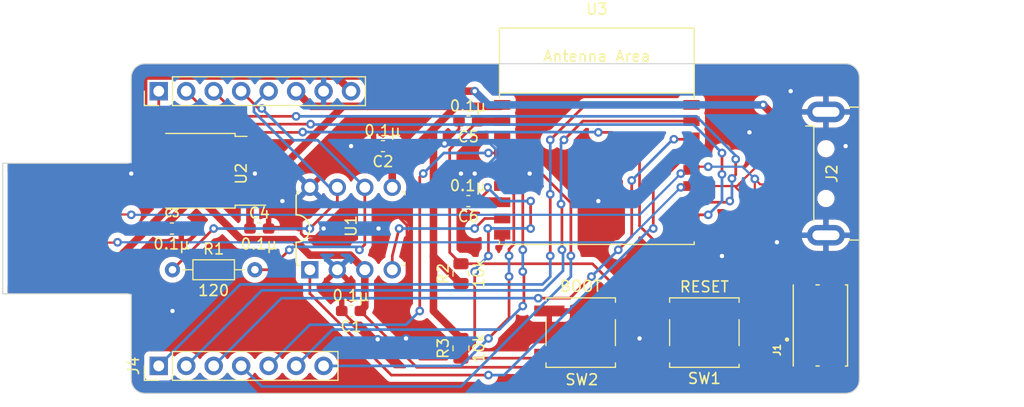
<source format=kicad_pcb>
(kicad_pcb (version 20221018) (generator pcbnew)
  (layers (0 "F.Cu" signal) (31 "B.Cu" signal) (34 "B.Paste" user) (35 "F.Paste" user) (36 "B.SilkS" user "B.Silkscreen") (37 "F.SilkS" user "F.Silkscreen") (38 "B.Mask" user) (39 "F.Mask" user) (44 "Edge.Cuts" user))
  (net 0 "")
  (net 1 "5V")
  (net 2 "GND")
  (net 3 "3.3V")
  (net 4 "Net-(U3-EN{slash}CHIP_PU)")
  (net 5 "Net-(U3-GPIO8)")
  (net 6 "D-")
  (net 7 "D+")
  (net 9 "GPIO0")
  (net 10 "GPIO1")
  (net 11 "GPIO2")
  (net 12 "GPIO4")
  (net 13 "GPIO5")
  (net 14 "GPIO6")
  (net 15 "GPIO7")
  (net 16 "GPIO21")
  (net 17 "GPIO20")
  (net 18 "GPIO10")
  (net 19 "CANH")
  (net 20 "CANL")
  (net 21 "CANTX")
  (net 22 "CANRX")
  (footprint "01.RTR-CANSystem-board_library:SW_Push_1P1T_NO_CK_KSC7xxJ" (layer "F.Cu") (at 80.92 55.34)
    (fp_text reference "SW1" (at 0 4.24) (layer "F.SilkS"))
    (fp_text value "RESET" (at 0 -4.23) (layer "F.SilkS"))
    (pad "1" smd rect (at -2.9 -2) (size 2.8 1) (layers "F.Cu" "F.Paste" "F.Mask") (net 2 "GND"))
    (pad "1" smd rect (at 2.9 -2) (size 2.8 1) (layers "F.Cu" "F.Paste" "F.Mask") (net 2 "GND"))
    (pad "2" smd rect (at -2.9 2) (size 2.8 1) (layers "F.Cu" "F.Paste" "F.Mask") (net 4 "Net-(U3-EN{slash}CHIP_PU)"))
    (pad "2" smd rect (at 2.9 2) (size 2.8 1) (layers "F.Cu" "F.Paste" "F.Mask") (net 4 "Net-(U3-EN{slash}CHIP_PU)"))
  )
  (footprint "01.RTR-CANSystem-board_library:R_0805_2012Metric" (layer "F.Cu") (at 58.42 49.8875 90)
    (fp_text reference "R2" (at 0 -1.65 90) (layer "F.SilkS"))
    (fp_text value "10k" (at 0 1.65 90) (layer "F.SilkS"))
    (pad "1" smd roundrect (at -0.9125 0 90) (size 1.025 1.4) (layers "F.Cu" "F.Paste" "F.Mask") (roundrect_rratio 0.243902439) (net 3 "3.3V"))
    (pad "2" smd roundrect (at 0.9125 0 90) (size 1.025 1.4) (layers "F.Cu" "F.Paste" "F.Mask") (roundrect_rratio 0.243902439) (net 4 "Net-(U3-EN{slash}CHIP_PU)"))
  )
  (footprint "01.RTR-CANSystem-board_library:DIP-8_W7.62mm" (layer "F.Cu") (at 44.45 49.53 90)
    (fp_text reference "U1" (at 4.05 3.81 90) (layer "F.SilkS"))
    (fp_text value "~")
    (pad "1" thru_hole rect (at 0 0 90) (size 1.6 1.6) (drill 1) (layers "*.Cu" "*.Mask") (net 21 "CANTX"))
    (pad "2" thru_hole circle (at 0 2.54 90) (size 1.6 1.6) (drill 1) (layers "*.Cu" "*.Mask") (net 2 "GND"))
    (pad "3" thru_hole circle (at 0 5.08 90) (size 1.6 1.6) (drill 1) (layers "*.Cu" "*.Mask") (net 1 "5V"))
    (pad "4" thru_hole circle (at 0 7.62 90) (size 1.6 1.6) (drill 1) (layers "*.Cu" "*.Mask") (net 22 "CANRX"))
    (pad "5" thru_hole circle (at 7.62 7.62 90) (size 1.6 1.6) (drill 1) (layers "*.Cu" "*.Mask") (net 3 "3.3V"))
    (pad "6" thru_hole circle (at 7.62 5.08 90) (size 1.6 1.6) (drill 1) (layers "*.Cu" "*.Mask") (net 20 "CANL"))
    (pad "7" thru_hole circle (at 7.62 2.54 90) (size 1.6 1.6) (drill 1) (layers "*.Cu" "*.Mask") (net 19 "CANH"))
    (pad "8" thru_hole circle (at 7.62 0 90) (size 1.6 1.6) (drill 1) (layers "*.Cu" "*.Mask") (net 2 "GND"))
  )
  (footprint "01.RTR-CANSystem-board_library:PinHeader_1x07_P2.54mm_Vertical" (layer "F.Cu") (at 30.48 58.42 90)
    (fp_text reference "J4" (at 0 -2.33 90) (layer "F.SilkS"))
    (fp_text value "Conn_01x07_Socket" hide)
    (pad "1" thru_hole rect (at 0 0 90) (size 1.7 1.7) (drill 1) (layers "*.Cu" "*.Mask") (net 9 "GPIO0"))
    (pad "2" thru_hole oval (at 0 2.54 90) (size 1.7 1.7) (drill 1) (layers "*.Cu" "*.Mask") (net 10 "GPIO1"))
    (pad "3" thru_hole oval (at 0 5.08 90) (size 1.7 1.7) (drill 1) (layers "*.Cu" "*.Mask") (net 11 "GPIO2"))
    (pad "4" thru_hole oval (at 0 7.62 90) (size 1.7 1.7) (drill 1) (layers "*.Cu" "*.Mask") (net 12 "GPIO4"))
    (pad "5" thru_hole oval (at 0 10.16 90) (size 1.7 1.7) (drill 1) (layers "*.Cu" "*.Mask") (net 13 "GPIO5"))
    (pad "6" thru_hole oval (at 0 12.7 90) (size 1.7 1.7) (drill 1) (layers "*.Cu" "*.Mask") (net 14 "GPIO6"))
    (pad "7" thru_hole oval (at 0 15.24 90) (size 1.7 1.7) (drill 1) (layers "*.Cu" "*.Mask") (net 15 "GPIO7"))
  )
  (footprint "01.RTR-CANSystem-board_library:R_0805_2012Metric" (layer "F.Cu") (at 58.42 56.7925 90)
    (fp_text reference "R3" (at 0 -1.65 90) (layer "F.SilkS"))
    (fp_text value "10k" (at 0 1.65 90) (layer "F.SilkS"))
    (pad "1" smd roundrect (at -0.9125 0 90) (size 1.025 1.4) (layers "F.Cu" "F.Paste" "F.Mask") (roundrect_rratio 0.243902439) (net 5 "Net-(U3-GPIO8)"))
    (pad "2" smd roundrect (at 0.9125 0 90) (size 1.025 1.4) (layers "F.Cu" "F.Paste" "F.Mask") (roundrect_rratio 0.243902439) (net 3 "3.3V"))
  )
  (footprint "01.RTR-CANSystem-board_library:PinHeader_1x08_P2.54mm_Vertical" (layer "F.Cu") (at 30.48 33.02 90)
    (fp_text reference "J5" hide)
    (fp_text value "Conn_01x08_Socket" hide)
    (pad "1" thru_hole rect (at 0 0 90) (size 1.7 1.7) (drill 1) (layers "*.Cu" "*.Mask") (net 18 "GPIO10"))
    (pad "2" thru_hole oval (at 0 2.54 90) (size 1.7 1.7) (drill 1) (layers "*.Cu" "*.Mask") (net 17 "GPIO20"))
    (pad "3" thru_hole oval (at 0 5.08 90) (size 1.7 1.7) (drill 1) (layers "*.Cu" "*.Mask") (net 16 "GPIO21"))
    (pad "4" thru_hole oval (at 0 7.62 90) (size 1.7 1.7) (drill 1) (layers "*.Cu" "*.Mask") (net 20 "CANL"))
    (pad "5" thru_hole oval (at 0 10.16 90) (size 1.7 1.7) (drill 1) (layers "*.Cu" "*.Mask") (net 19 "CANH"))
    (pad "6" thru_hole oval (at 0 12.7 90) (size 1.7 1.7) (drill 1) (layers "*.Cu" "*.Mask") (net 3 "3.3V"))
    (pad "7" thru_hole oval (at 0 15.24 90) (size 1.7 1.7) (drill 1) (layers "*.Cu" "*.Mask") (net 2 "GND"))
    (pad "8" thru_hole oval (at 0 17.78 90) (size 1.7 1.7) (drill 1) (layers "*.Cu" "*.Mask") (net 1 "5V"))
  )
  (footprint "01.RTR-CANSystem-board_library:USB_A_CNCTech_1001-011-01101_Horizontal" (layer "F.Cu") (at 99.06 40.64)
    (fp_text reference "J2" (at -6.35 0 90) (layer "F.SilkS"))
    (fp_text value "USB_A")
    (pad "" np_thru_hole circle (at -6.9 -2.3) (size 1.1 1.1) (drill 1.1) (layers "*.Cu" "*.Mask"))
    (pad "" np_thru_hole circle (at -6.9 2.3) (size 1.1 1.1) (drill 1.1) (layers "*.Cu" "*.Mask"))
    (pad "1" smd rect (at -9.65 -3.5) (size 2.5 1.1) (layers "F.Cu" "F.Paste" "F.Mask") (net 1 "5V"))
    (pad "2" smd rect (at -9.65 -1) (size 2.5 1.1) (layers "F.Cu" "F.Paste" "F.Mask") (net 6 "D-"))
    (pad "3" smd rect (at -9.65 1) (size 2.5 1.1) (layers "F.Cu" "F.Paste" "F.Mask") (net 7 "D+"))
    (pad "4" smd rect (at -9.65 3.5) (size 2.5 1.1) (layers "F.Cu" "F.Paste" "F.Mask") (net 2 "GND"))
    (pad "5" thru_hole oval (at -6.9 -5.7) (size 3.5 1.9) (drill oval 2.5 0.9) (layers "*.Cu" "*.Mask") (net 2 "GND"))
    (pad "5" thru_hole oval (at -6.9 5.7) (size 3.5 1.9) (drill oval 2.5 0.9) (layers "*.Cu" "*.Mask") (net 2 "GND"))
  )
  (footprint "01.RTR-CANSystem-board_library:SW_Push_1P1T_NO_CK_KSC7xxJ" (layer "F.Cu") (at 69.49 55.34 180)
    (fp_text reference "SW2" (at -0.106 -4.35) (layer "F.SilkS"))
    (fp_text value "BOOT" (at 0 4.286) (layer "F.SilkS"))
    (pad "1" smd rect (at -2.9 -2 180) (size 2.8 1) (layers "F.Cu" "F.Paste" "F.Mask") (net 5 "Net-(U3-GPIO8)"))
    (pad "1" smd rect (at 2.9 -2 180) (size 2.8 1) (layers "F.Cu" "F.Paste" "F.Mask") (net 5 "Net-(U3-GPIO8)"))
    (pad "2" smd rect (at -2.9 2 180) (size 2.8 1) (layers "F.Cu" "F.Paste" "F.Mask") (net 2 "GND"))
    (pad "2" smd rect (at 2.9 2 180) (size 2.8 1) (layers "F.Cu" "F.Paste" "F.Mask") (net 2 "GND"))
  )
  (footprint "01.RTR-CANSystem-board_library:usb-PCB" (layer "F.Cu") (at 16.055 39.685 -90)
    (fp_text reference "J3" hide)
    (fp_text value "USB_A" hide)
    (fp_line (start 0 0) (end 0 -11.43) (stroke (width 0.1)) (layer "Edge.Cuts"))
    (fp_line (start 0 0) (end 12.065 0) (stroke (width 0.1)) (layer "Edge.Cuts"))
    (fp_line (start 12.065 0) (end 12.065 -11.43) (stroke (width 0.1)) (layer "Edge.Cuts"))
    (pad "1" connect rect (at 9.845 -4.9 270) (size 1.9 8) (layers "F.Cu" "F.Mask") (net 1 "5V"))
    (pad "2" connect rect (at 7.335 -5.15 270) (size 2 7.5) (layers "F.Cu" "F.Mask") (net 6 "D-"))
    (pad "3" connect rect (at 4.735 -5.15 270) (size 2 7.5) (layers "F.Cu" "F.Mask") (net 7 "D+"))
    (pad "4" connect rect (at 2.225 -4.9 270) (size 1.9 8) (layers "F.Cu" "F.Mask") (net 2 "GND"))
  )
  (footprint "01.RTR-CANSystem-board_library:C_0603_1608Metric_Pad1.08x0.95mm_HandSolder" (layer "F.Cu") (at 39.7775 45.72)
    (fp_text reference "C4" (at 0 -1.43) (layer "F.SilkS"))
    (fp_text value "0.1μ" (at 0 1.43) (layer "F.SilkS"))
    (pad "1" smd roundrect (at -0.8625 0) (size 1.075 0.95) (layers "F.Cu" "F.Paste" "F.Mask") (net 3 "3.3V"))
    (pad "2" smd roundrect (at 0.8625 0) (size 1.075 0.95) (layers "F.Cu" "F.Paste" "F.Mask") (net 2 "GND"))
  )
  (footprint "01.RTR-CANSystem-board_library:HRS_ZX62-B-5PA_33_" (layer "F.Cu") (at 92.71 54.68 90)
    (fp_text reference "J1" (at -2.270873 -5.062816 90) (layer "F.SilkS") (effects (font (size 0.640812 0.640812))))
    (fp_text value "MicroB")
    (pad "1" smd rect (at -1.3 -2.675 180) (size 1.35 0.4) (layers "F.Cu" "F.Paste" "F.Mask") (net 1 "5V"))
    (pad "2" smd rect (at -0.65 -2.675 180) (size 1.35 0.4) (layers "F.Cu" "F.Paste" "F.Mask") (net 6 "D-"))
    (pad "3" smd rect (at 0 -2.675 180) (size 1.35 0.4) (layers "F.Cu" "F.Paste" "F.Mask") (net 7 "D+"))
    (pad "4" smd rect (at 0.65 -2.675 180) (size 1.35 0.4) (layers "F.Cu" "F.Paste" "F.Mask"))
    (pad "5" smd rect (at 1.3 -2.675 180) (size 1.35 0.4) (layers "F.Cu" "F.Paste" "F.Mask") (net 2 "GND"))
    (pad "SH1" smd rect (at -3.1 -2.55 180) (size 1.6 2.1) (layers "F.Cu" "F.Paste" "F.Mask") (net 2 "GND"))
    (pad "SH2" smd rect (at -4 0 90) (size 1.8 1.9) (layers "F.Cu" "F.Paste" "F.Mask") (net 2 "GND"))
    (pad "SH3" smd rect (at -1.2 0 90) (size 1.9 1.9) (layers "F.Cu" "F.Paste" "F.Mask") (net 2 "GND"))
    (pad "SH4" smd rect (at 1.2 0 90) (size 1.9 1.9) (layers "F.Cu" "F.Paste" "F.Mask") (net 2 "GND"))
    (pad "SH5" smd rect (at 4 0 90) (size 1.8 1.9) (layers "F.Cu" "F.Paste" "F.Mask") (net 2 "GND"))
    (pad "SH6" smd rect (at 3.1 -2.55 180) (size 1.6 2.1) (layers "F.Cu" "F.Paste" "F.Mask") (net 2 "GND"))
  )
  (footprint "01.RTR-CANSystem-board_library:C_0603_1608Metric_Pad1.08x0.95mm_HandSolder" (layer "F.Cu") (at 59.1025 35.814 180)
    (fp_text reference "C5" (at 0 -1.43) (layer "F.SilkS"))
    (fp_text value "0.1μ" (at 0 1.43) (layer "F.SilkS"))
    (pad "1" smd roundrect (at -0.8625 0 180) (size 1.075 0.95) (layers "F.Cu" "F.Paste" "F.Mask") (net 4 "Net-(U3-EN{slash}CHIP_PU)"))
    (pad "2" smd roundrect (at 0.8625 0 180) (size 1.075 0.95) (layers "F.Cu" "F.Paste" "F.Mask") (net 2 "GND"))
  )
  (footprint "01.RTR-CANSystem-board_library:C_0603_1608Metric_Pad1.08x0.95mm_HandSolder" (layer "F.Cu") (at 48.26 53.34 180)
    (fp_text reference "C1" (at 0 -1.43) (layer "F.SilkS"))
    (fp_text value "0.1μ" (at 0 1.43) (layer "F.SilkS"))
    (pad "1" smd roundrect (at -0.8625 0 180) (size 1.075 0.95) (layers "F.Cu" "F.Paste" "F.Mask") (net 1 "5V"))
    (pad "2" smd roundrect (at 0.8625 0 180) (size 1.075 0.95) (layers "F.Cu" "F.Paste" "F.Mask") (net 2 "GND"))
  )
  (footprint "01.RTR-CANSystem-board_library:R_Axial_DIN0204_L3.6mm_D1.6mm_P7.62mm_Horizontal" (layer "F.Cu") (at 31.75 49.53)
    (fp_text reference "R1" (at 3.81 -1.92) (layer "F.SilkS"))
    (fp_text value "120" (at 3.81 1.92) (layer "F.SilkS"))
    (pad "1" thru_hole circle (at 0 0) (size 1.4 1.4) (drill 0.7) (layers "*.Cu" "*.Mask") (net 19 "CANH"))
    (pad "2" thru_hole oval (at 7.62 0) (size 1.4 1.4) (drill 0.7) (layers "*.Cu" "*.Mask") (net 20 "CANL"))
  )
  (footprint "01.RTR-CANSystem-board_library:C_0603_1608Metric_Pad1.08x0.95mm_HandSolder" (layer "F.Cu") (at 31.7025 45.72)
    (fp_text reference "C3" (at 0 -1.43) (layer "F.SilkS") (effects (font (size 0.7 0.7))))
    (fp_text value "0.1μ" (at 0 1.43) (layer "F.SilkS"))
    (pad "1" smd roundrect (at -0.8625 0) (size 1.075 0.95) (layers "F.Cu" "F.Paste" "F.Mask") (net 1 "5V"))
    (pad "2" smd roundrect (at 0.8625 0) (size 1.075 0.95) (layers "F.Cu" "F.Paste" "F.Mask") (net 2 "GND"))
  )
  (footprint "01.RTR-CANSystem-board_library:TO-252-2" (layer "F.Cu") (at 34.23 40.38 180)
    (fp_text reference "U2" (at -3.87 -0.26 90) (layer "F.SilkS"))
    (fp_text value "NJM72223" hide)
    (pad "1" smd roundrect (at -5.04 -2.28 180) (size 2.2 1.2) (layers "F.Cu" "F.Paste" "F.Mask") (roundrect_rratio 0.2083333333) (net 3 "3.3V"))
    (pad "2" smd roundrect (at -0.415 -1.525 180) (size 3.05 2.75) (layers "F.Cu" "F.Paste") (roundrect_rratio 0.09090909091) (net 1 "5V"))
    (pad "2" smd roundrect (at -0.415 1.525 180) (size 3.05 2.75) (layers "F.Cu" "F.Paste") (roundrect_rratio 0.09090909091) (net 1 "5V"))
    (pad "2" smd roundrect (at 1.26 0 180) (size 6.4 5.8) (layers "F.Cu" "F.Mask") (roundrect_rratio 0.04310293103) (net 1 "5V"))
    (pad "2" smd roundrect (at 2.935 -1.525 180) (size 3.05 2.75) (layers "F.Cu" "F.Paste") (roundrect_rratio 0.09090909091) (net 1 "5V"))
    (pad "2" smd roundrect (at 2.935 1.525 180) (size 3.05 2.75) (layers "F.Cu" "F.Paste") (roundrect_rratio 0.09090909091) (net 1 "5V"))
    (pad "3" smd roundrect (at -5.04 2.28 180) (size 2.2 1.2) (layers "F.Cu" "F.Paste" "F.Mask") (roundrect_rratio 0.2083333333) (net 2 "GND"))
  )
  (footprint "01.RTR-CANSystem-board_library:C_0603_1608Metric_Pad1.08x0.95mm_HandSolder" (layer "F.Cu") (at 51.2075 38.1 180)
    (fp_text reference "C2" (at 0 -1.43) (layer "F.SilkS"))
    (fp_text value "0.1μ" (at 0 1.43) (layer "F.SilkS"))
    (pad "1" smd roundrect (at -0.8625 0 180) (size 1.075 0.95) (layers "F.Cu" "F.Paste" "F.Mask") (net 3 "3.3V"))
    (pad "2" smd roundrect (at 0.8625 0 180) (size 1.075 0.95) (layers "F.Cu" "F.Paste" "F.Mask") (net 2 "GND"))
  )
  (footprint "01.RTR-CANSystem-board_library:ESP32-C3-WROOM-02" (layer "F.Cu") (at 70.98 40.19)
    (fp_text reference "U3" (at 0 -14.75) (layer "F.SilkS"))
    (fp_text value "ESP32-C3-WROOM-02")
    (fp_text user "Antenna Area" (at 0 -10.4) (layer "F.SilkS"))
    (pad "1" smd rect (at -8.75 -5.9) (size 1.5 0.9) (layers "F.Cu" "F.Paste" "F.Mask") (net 3 "3.3V"))
    (pad "2" smd rect (at -8.75 -4.4) (size 1.5 0.9) (layers "F.Cu" "F.Paste" "F.Mask") (net 4 "Net-(U3-EN{slash}CHIP_PU)"))
    (pad "3" smd rect (at -8.75 -2.9) (size 1.5 0.9) (layers "F.Cu" "F.Paste" "F.Mask") (net 12 "GPIO4"))
    (pad "4" smd rect (at -8.75 -1.4) (size 1.5 0.9) (layers "F.Cu" "F.Paste" "F.Mask") (net 13 "GPIO5"))
    (pad "5" smd rect (at -8.75 0.1) (size 1.5 0.9) (layers "F.Cu" "F.Paste" "F.Mask") (net 14 "GPIO6"))
    (pad "6" smd rect (at -8.75 1.6) (size 1.5 0.9) (layers "F.Cu" "F.Paste" "F.Mask") (net 15 "GPIO7"))
    (pad "7" smd rect (at -8.75 3.1) (size 1.5 0.9) (layers "F.Cu" "F.Paste" "F.Mask") (net 5 "Net-(U3-GPIO8)"))
    (pad "8" smd rect (at -8.75 4.6) (size 1.5 0.9) (layers "F.Cu" "F.Paste" "F.Mask") (net 22 "CANRX"))
    (pad "9" smd rect (at -8.75 6.1) (size 1.5 0.9) (layers "F.Cu" "F.Paste" "F.Mask") (net 2 "GND"))
    (pad "10" smd rect (at 8.75 6.1 180) (size 1.5 0.9) (layers "F.Cu" "F.Paste" "F.Mask") (net 18 "GPIO10"))
    (pad "11" smd rect (at 8.75 4.6 180) (size 1.5 0.9) (layers "F.Cu" "F.Paste" "F.Mask") (net 17 "GPIO20"))
    (pad "12" smd rect (at 8.75 3.1 180) (size 1.5 0.9) (layers "F.Cu" "F.Paste" "F.Mask") (net 16 "GPIO21"))
    (pad "13" smd rect (at 8.75 1.6 180) (size 1.5 0.9) (layers "F.Cu" "F.Paste" "F.Mask") (net 6 "D-"))
    (pad "14" smd rect (at 8.75 0.1 180) (size 1.5 0.9) (layers "F.Cu" "F.Paste" "F.Mask") (net 7 "D+"))
    (pad "15" smd rect (at 8.75 -1.4 180) (size 1.5 0.9) (layers "F.Cu" "F.Paste" "F.Mask") (net 21 "CANTX"))
    (pad "16" smd rect (at 8.75 -2.9 180) (size 1.5 0.9) (layers "F.Cu" "F.Paste" "F.Mask") (net 11 "GPIO2"))
    (pad "17" smd rect (at 8.75 -4.4 180) (size 1.5 0.9) (layers "F.Cu" "F.Paste" "F.Mask") (net 10 "GPIO1"))
    (pad "18" smd rect (at 8.75 -5.9 180) (size 1.5 0.9) (layers "F.Cu" "F.Paste" "F.Mask") (net 9 "GPIO0"))
    (pad "19" smd rect (at -0.14 -0.8 180) (size 0.7 0.7) (layers "F.Cu" "F.Paste" "F.Mask") (net 2 "GND"))
    (pad "19" smd rect (at -0.14 0.3 180) (size 0.7 0.7) (layers "F.Cu" "F.Paste" "F.Mask") (net 2 "GND"))
    (pad "19" smd rect (at -0.14 1.4 180) (size 0.7 0.7) (layers "F.Cu" "F.Paste" "F.Mask") (net 2 "GND"))
    (pad "19" smd rect (at 0.91 -0.8 180) (size 0.7 0.7) (layers "F.Cu" "F.Paste" "F.Mask") (net 2 "GND"))
    (pad "19" smd rect (at 0.91 0.3 180) (size 0.7 0.7) (layers "F.Cu" "F.Paste" "F.Mask") (net 2 "GND"))
    (pad "19" smd rect (at 0.91 1.4 180) (size 0.7 0.7) (layers "F.Cu" "F.Paste" "F.Mask") (net 2 "GND"))
    (pad "19" smd rect (at 2.06 -0.8 180) (size 0.7 0.7) (layers "F.Cu" "F.Paste" "F.Mask") (net 2 "GND"))
    (pad "19" smd rect (at 2.06 0.3 180) (size 0.7 0.7) (layers "F.Cu" "F.Paste" "F.Mask") (net 2 "GND"))
    (pad "19" smd rect (at 2.06 1.4 180) (size 0.7 0.7) (layers "F.Cu" "F.Paste" "F.Mask") (net 2 "GND"))
    (zone (net 0) (net_name "") (layers "*.Cu") (name "antenna keepout") (connect_pads (clearance 0)) (min_thickness 0.254)
      (keepout (tracks not_allowed) (vias not_allowed) (pads not_allowed) (copperpour not_allowed) (footprints not_allowed))
      (fill (thermal_gap 0.508) (thermal_bridge_width 0.508))
      (polygon (pts (xy 79.98 33.19) (xy 61.98 33.19) (xy 61.98 27.19) (xy 79.98 27.19)))
    )
  )
  (footprint "01.RTR-CANSystem-board_library:C_0603_1608Metric_Pad1.08x0.95mm_HandSolder" (layer "F.Cu") (at 59.1025 43.18 180)
    (fp_text reference "C6" (at 0 -1.43) (layer "F.SilkS"))
    (fp_text value "0.1μ" (at 0 1.43) (layer "F.SilkS"))
    (pad "1" smd roundrect (at -0.8625 0 180) (size 1.075 0.95) (layers "F.Cu" "F.Paste" "F.Mask") (net 5 "Net-(U3-GPIO8)"))
    (pad "2" smd roundrect (at 0.8625 0 180) (size 1.075 0.95) (layers "F.Cu" "F.Paste" "F.Mask") (net 2 "GND"))
  )
  (gr_arc (start 43.18 44.45) (mid 44.45 45.72) (end 43.18 46.99) (stroke (width 0.15)) (layer "F.SilkS"))
  (gr_line (start 43.18 46.99) (end 43.18 48.83) (stroke (width 0.15)) (layer "F.SilkS"))
  (gr_line (start 43.18 44.45) (end 43.18 42.63) (stroke (width 0.15)) (layer "F.SilkS"))
  (gr_arc (start 29.21 60.96) (mid 28.311974 60.588026) (end 27.94 59.69) (stroke (width 0.1)) (layer "Edge.Cuts"))
  (gr_line (start 27.94 59.69) (end 27.94 51.816) (stroke (width 0.1)) (layer "Edge.Cuts"))
  (gr_arc (start 95.25 59.69) (mid 94.878026 60.588026) (end 93.98 60.96) (stroke (width 0.1)) (layer "Edge.Cuts"))
  (gr_line (start 27.94 31.75) (end 27.94 39.624) (stroke (width 0.1)) (layer "Edge.Cuts"))
  (gr_arc (start 93.98 30.48) (mid 94.878026 30.851974) (end 95.25 31.75) (stroke (width 0.1)) (layer "Edge.Cuts"))
  (gr_line (start 95.25 31.75) (end 95.25 59.69) (stroke (width 0.1)) (layer "Edge.Cuts"))
  (gr_line (start 27.94 51.816) (end 27.485 51.75) (stroke (width 0.1)) (layer "Edge.Cuts"))
  (gr_line (start 29.21 30.48) (end 93.98 30.48) (stroke (width 0.1)) (layer "Edge.Cuts"))
  (gr_arc (start 27.94 31.75) (mid 28.311974 30.851974) (end 29.21 30.48) (stroke (width 0.1)) (layer "Edge.Cuts"))
  (gr_line (start 27.94 39.624) (end 27.485 39.685) (stroke (width 0.1)) (layer "Edge.Cuts"))
  (gr_line (start 93.98 60.96) (end 29.21 60.96) (stroke (width 0.1)) (layer "Edge.Cuts"))
  (segment (start 30.84 45.71) (end 34.645 41.905) (width 0.7) (layer "F.Cu") (net 1))
  (segment (start 44.45 48.18) (end 48.18 48.18) (width 0.7) (layer "F.Cu") (net 1))
  (segment (start 34.645 41.905) (end 34.645 43.28) (width 0.7) (layer "F.Cu") (net 1))
  (segment (start 34.645 43.28) (end 38.1095 46.7445) (width 0.7) (layer "F.Cu") (net 1))
  (segment (start 49.53 52.9325) (end 49.1225 53.34) (width 0.7) (layer "F.Cu") (net 1))
  (segment (start 89.21 37.14) (end 86.36 34.29) (width 0.7) (layer "F.Cu") (net 1))
  (segment (start 38.1095 46.7445) (end 43.0145 46.7445) (width 0.7) (layer "F.Cu") (net 1))
  (segment (start 32.97 42.215) (end 32.97 40.38) (width 0.7) (layer "F.Cu") (net 1))
  (segment (start 29.08 31.62) (end 45.72 31.62) (width 0.7) (layer "F.Cu") (net 1))
  (segment (start 51.94 31.62) (end 53.34 33.02) (width 0.7) (layer "F.Cu") (net 1))
  (segment (start 45.72 31.62) (end 51.94 31.62) (width 0.7) (layer "F.Cu") (net 1))
  (segment (start 30.84 45.72) (end 30.84 45.71) (width 0.7) (layer "F.Cu") (net 1))
  (segment (start 89.56 55.98) (end 86.9975 58.5425) (width 0.25) (layer "F.Cu") (net 1))
  (segment (start 53.34 33.02) (end 59.69 33.02) (width 0.7) (layer "F.Cu") (net 1))
  (segment (start 45.72 31.62) (end 46.86 31.62) (width 0.7) (layer "F.Cu") (net 1))
  (segment (start 43.0145 46.7445) (end 44.45 48.18) (width 0.7) (layer "F.Cu") (net 1))
  (segment (start 31.295 38.855) (end 29.08 36.64) (width 0.7) (layer "F.Cu") (net 1))
  (segment (start 25.655 49.53) (end 32.97 42.215) (width 0.7) (layer "F.Cu") (net 1))
  (segment (start 86.9975 58.5425) (end 54.325 58.5425) (width 0.25) (layer "F.Cu") (net 1))
  (segment (start 54.325 58.5425) (end 49.1225 53.34) (width 0.25) (layer "F.Cu") (net 1))
  (segment (start 48.18 48.18) (end 49.53 49.53) (width 0.7) (layer "F.Cu") (net 1))
  (segment (start 49.53 49.53) (end 49.53 52.9325) (width 0.7) (layer "F.Cu") (net 1))
  (segment (start 89.41 37.14) (end 89.21 37.14) (width 0.7) (layer "F.Cu") (net 1))
  (segment (start 46.86 31.62) (end 48.26 33.02) (width 0.7) (layer "F.Cu") (net 1))
  (segment (start 90.035 55.98) (end 89.56 55.98) (width 0.25) (layer "F.Cu") (net 1))
  (segment (start 20.955 49.53) (end 25.655 49.53) (width 0.7) (layer "F.Cu") (net 1))
  (segment (start 29.08 36.64) (end 29.08 31.62) (width 0.7) (layer "F.Cu") (net 1))
  (via (at 59.69 33.02) (size 0.8) (drill 0.4) (layers "F.Cu" "B.Cu") (net 1))
  (via (at 86.36 34.29) (size 0.8) (drill 0.4) (layers "F.Cu" "B.Cu") (net 1))
  (segment (start 60.96 34.29) (end 59.69 33.02) (width 0.7) (layer "B.Cu") (net 1))
  (segment (start 86.36 34.29) (end 60.96 34.29) (width 0.7) (layer "B.Cu") (net 1))
  (segment (start 43.905 46.445) (end 43.650001 46.190001) (width 0.25) (layer "F.Cu") (net 2))
  (segment (start 53.43 45.419695) (end 52.460305 44.45) (width 0.25) (layer "F.Cu") (net 2))
  (segment (start 53.43 55.79) (end 53.43 45.419695) (width 0.25) (layer "F.Cu") (net 2))
  (segment (start 52.07 44.45) (end 50.8 45.72) (width 0.25) (layer "F.Cu") (net 2))
  (segment (start 45.72 45.72) (end 44.995 46.445) (width 0.25) (layer "F.Cu") (net 2))
  (segment (start 58.24 40.82) (end 58.24 43.18) (width 0.25) (layer "F.Cu") (net 2))
  (segment (start 52.460305 44.45) (end 52.07 44.45) (width 0.25) (layer "F.Cu") (net 2))
  (segment (start 44.995 46.445) (end 43.905 46.445) (width 0.25) (layer "F.Cu") (net 2))
  (segment (start 58.24 35.814) (end 58.24 36.514402) (width 0.25) (layer "F.Cu") (net 2))
  (segment (start 47.3975 53.34) (end 50.018549 55.961049) (width 0.25) (layer "F.Cu") (net 2))
  (segment (start 50.018549 55.961049) (end 50.718951 55.961049) (width 0.25) (layer "F.Cu") (net 2))
  (segment (start 43.650001 46.190001) (end 43.650001 42.709999) (width 0.25) (layer "F.Cu") (net 2))
  (segment (start 53.34 55.88) (end 53.43 55.79) (width 0.25) (layer "F.Cu") (net 2))
  (segment (start 58.42 40.64) (end 58.24 40.82) (width 0.25) (layer "F.Cu") (net 2))
  (segment (start 43.650001 42.709999) (end 44.45 41.91) (width 0.25) (layer "F.Cu") (net 2))
  (segment (start 58.24 36.514402) (end 56.902201 37.852201) (width 0.25) (layer "F.Cu") (net 2))
  (via (at 58.42 40.64) (size 0.8) (drill 0.4) (layers "F.Cu" "B.Cu") (net 2))
  (via (at 27.94 40.64) (size 0.8) (drill 0.4) (layers "F.Cu" "B.Cu") (net 2))
  (via (at 50.718951 55.961049) (size 0.8) (drill 0.4) (layers "F.Cu" "B.Cu") (net 2))
  (via (at 39.37 40.64) (size 0.8) (drill 0.4) (layers "F.Cu" "B.Cu") (net 2))
  (via (at 31.75 53.34) (size 0.8) (drill 0.4) (layers "F.Cu" "B.Cu") (net 2))
  (via (at 56.902201 37.852201) (size 0.8) (drill 0.4) (layers "F.Cu" "B.Cu") (net 2))
  (via (at 53.34 55.88) (size 0.8) (drill 0.4) (layers "F.Cu" "B.Cu") (net 2))
  (via (at 45.72 45.72) (size 0.8) (drill 0.4) (layers "F.Cu" "B.Cu") (net 2))
  (via (at 87.63 46.99) (size 0.8) (drill 0.4) (layers "F.Cu" "B.Cu") (net 2))
  (via (at 50.8 45.72) (size 0.8) (drill 0.4) (layers "F.Cu" "B.Cu") (net 2))
  (via (at 71.12 43.18) (size 0.8) (drill 0.4) (layers "F.Cu" "B.Cu") (net 2))
  (via (at 88.9 33.02) (size 0.8) (drill 0.4) (layers "F.Cu" "B.Cu") (net 2))
  (via (at 64.77 40.64) (size 0.8) (drill 0.4) (layers "F.Cu" "B.Cu") (net 2))
  (via (at 93.98 38.1) (size 0.8) (drill 0.4) (layers "F.Cu" "B.Cu") (net 2))
  (via (at 74.93 55.88) (size 0.8) (drill 0.4) (layers "F.Cu" "B.Cu") (net 2))
  (via (at 85.09 36.83) (size 0.8) (drill 0.4) (layers "F.Cu" "B.Cu") (net 2))
  (via (at 48.26 38.1) (size 0.8) (drill 0.4) (layers "F.Cu" "B.Cu") (net 2))
  (via (at 59.69 40.64) (size 0.8) (drill 0.4) (layers "F.Cu" "B.Cu") (net 2))
  (via (at 82.55 48.26) (size 0.8) (drill 0.4) (layers "F.Cu" "B.Cu") (net 2))
  (via (at 41.91 43.18) (size 0.8) (drill 0.4) (layers "F.Cu" "B.Cu") (net 2))
  (segment (start 61.685 38.434695) (end 61.685 39.035305) (width 0.25) (layer "B.Cu") (net 2))
  (segment (start 50.718951 55.961049) (end 53.258951 55.961049) (width 0.25) (layer "B.Cu") (net 2))
  (segment (start 60.080305 40.64) (end 58.42 40.64) (width 0.25) (layer "B.Cu") (net 2))
  (segment (start 50.8 45.72) (end 45.72 45.72) (width 0.25) (layer "B.Cu") (net 2))
  (segment (start 61.685 39.035305) (end 60.080305 40.64) (width 0.25) (layer "B.Cu") (net 2))
  (segment (start 56.902201 37.852201) (end 61.102506 37.852201) (width 0.25) (layer "B.Cu") (net 2))
  (segment (start 61.102506 37.852201) (end 61.685 38.434695) (width 0.25) (layer "B.Cu") (net 2))
  (segment (start 53.258951 55.961049) (end 53.34 55.88) (width 0.25) (layer "B.Cu") (net 2))
  (segment (start 52.07 38.1) (end 52.07 40.326226) (width 0.7) (layer "F.Cu") (net 3))
  (segment (start 56.358113 36.038113) (end 57.976226 34.42) (width 0.7) (layer "F.Cu") (net 3))
  (segment (start 62.1 34.42) (end 62.23 34.29) (width 0.7) (layer "F.Cu") (net 3))
  (segment (start 55.88 53.34) (end 55.88 48.285798) (width 0.7) (layer "F.Cu") (net 3))
  (segment (start 44.58 34.42) (end 43.18 33.02) (width 0.7) (layer "F.Cu") (net 3))
  (segment (start 57.976226 34.42) (end 58.42 34.42) (width 0.7) (layer "F.Cu") (net 3))
  (segment (start 47.51 34.42) (end 58.42 34.42) (width 0.7) (layer "F.Cu") (net 3))
  (segment (start 47.51 34.42) (end 44.58 34.42) (width 0.7) (layer "F.Cu") (net 3))
  (segment (start 38.915 43.015) (end 39.27 42.66) (width 0.7) (layer "F.Cu") (net 3))
  (segment (start 58.42 34.42) (end 62.1 34.42) (width 0.7) (layer "F.Cu") (net 3))
  (segment (start 38.915 45.72) (end 38.915 43.015) (width 0.7) (layer "F.Cu") (net 3))
  (segment (start 39.27 42.66) (end 47.51 34.42) (width 0.7) (layer "F.Cu") (net 3))
  (segment (start 58.42 50.8) (end 58.394202 50.8) (width 0.7) (layer "F.Cu") (net 3))
  (segment (start 52.07 40.326226) (end 56.358113 36.038113) (width 0.7) (layer "F.Cu") (net 3))
  (segment (start 58.42 55.88) (end 55.88 53.34) (width 0.7) (layer "F.Cu") (net 3))
  (segment (start 58.394202 50.8) (end 55.88 48.285798) (width 0.7) (layer "F.Cu") (net 3))
  (segment (start 52.07 41.91) (end 52.07 40.326226) (width 0.7) (layer "F.Cu") (net 3))
  (segment (start 55.88 36.516226) (end 56.358113 36.038113) (width 0.7) (layer "F.Cu") (net 3))
  (segment (start 55.88 48.285798) (end 55.88 36.516226) (width 0.7) (layer "F.Cu") (net 3))
  (segment (start 70.575 48.975) (end 78.02 56.42) (width 0.25) (layer "F.Cu") (net 4))
  (segment (start 78.02 56.42) (end 78.02 57.34) (width 0.25) (layer "F.Cu") (net 4))
  (segment (start 59.965 35.814) (end 62.206 35.814) (width 0.7) (layer "F.Cu") (net 4))
  (segment (start 58.42 48.975) (end 70.575 48.975) (width 0.25) (layer "F.Cu") (net 4))
  (segment (start 83.82 57.34) (end 78.02 57.34) (width 0.25) (layer "F.Cu") (net 4))
  (segment (start 57.3775 38.4015) (end 59.965 35.814) (width 0.25) (layer "F.Cu") (net 4))
  (segment (start 57.3775 47.9325) (end 57.3775 38.4015) (width 0.25) (layer "F.Cu") (net 4))
  (segment (start 58.42 48.975) (end 57.3775 47.9325) (width 0.25) (layer "F.Cu") (net 4))
  (segment (start 62.206 35.814) (end 62.23 35.79) (width 0.7) (layer "F.Cu") (net 4))
  (segment (start 62.12 43.18) (end 62.23 43.29) (width 0.7) (layer "F.Cu") (net 5))
  (segment (start 60.96 45.769345) (end 60.895851 45.705196) (width 0.25) (layer "F.Cu") (net 5))
  (segment (start 64.8595 45.72) (end 64.8595 43.18) (width 0.25) (layer "F.Cu") (net 5))
  (segment (start 59.965 43.18) (end 62.12 43.18) (width 0.7) (layer "F.Cu") (net 5))
  (segment (start 60.96 48.2505) (end 60.96 45.769345) (width 0.25) (layer "F.Cu") (net 5))
  (segment (start 60.880498 41.91) (end 60.880498 42.264502) (width 0.25) (layer "F.Cu") (net 5))
  (segment (start 59.69 56.435) (end 59.69 49.6995) (width 0.25) (layer "F.Cu") (net 5))
  (segment (start 66.59 57.34) (end 72.39 57.34) (width 0.25) (layer "F.Cu") (net 5))
  (segment (start 60.880498 42.264502) (end 59.965 43.18) (width 0.25) (layer "F.Cu") (net 5))
  (segment (start 58.42 57.705) (end 59.69 56.435) (width 0.25) (layer "F.Cu") (net 5))
  (segment (start 66.225 57.705) (end 66.59 57.34) (width 0.25) (layer "F.Cu") (net 5))
  (segment (start 58.42 57.705) (end 66.225 57.705) (width 0.25) (layer "F.Cu") (net 5))
  (via (at 60.96 48.2505) (size 0.8) (drill 0.4) (layers "F.Cu" "B.Cu") (net 5))
  (via (at 60.880498 41.91) (size 0.8) (drill 0.4) (layers "F.Cu" "B.Cu") (net 5))
  (via (at 64.8595 45.72) (size 0.8) (drill 0.4) (layers "F.Cu" "B.Cu") (net 5))
  (via (at 59.69 49.6995) (size 0.8) (drill 0.4) (layers "F.Cu" "B.Cu") (net 5))
  (via (at 60.895851 45.705196) (size 0.8) (drill 0.4) (layers "F.Cu" "B.Cu") (net 5))
  (via (at 64.8595 43.18) (size 0.8) (drill 0.4) (layers "F.Cu" "B.Cu") (net 5))
  (segment (start 59.69 49.6995) (end 59.69 49.5205) (width 0.25) (layer "B.Cu") (net 5))
  (segment (start 64.844696 45.705196) (end 64.8595 45.72) (width 0.25) (layer "B.Cu") (net 5))
  (segment (start 62.150498 43.18) (end 60.880498 41.91) (width 0.25) (layer "B.Cu") (net 5))
  (segment (start 59.69 49.5205) (end 60.96 48.2505) (width 0.25) (layer "B.Cu") (net 5))
  (segment (start 60.895851 45.705196) (end 64.844696 45.705196) (width 0.25) (layer "B.Cu") (net 5))
  (segment (start 64.8595 43.18) (end 62.150498 43.18) (width 0.25) (layer "B.Cu") (net 5))
  (segment (start 89.16 55.33) (end 85.09 51.26) (width 0.2) (layer "F.Cu") (net 6))
  (segment (start 85.09 51.26) (end 85.09 43.18) (width 0.2) (layer "F.Cu") (net 6))
  (segment (start 86.09 39.64) (end 83.94 41.79) (width 0.2) (layer "F.Cu") (net 6))
  (segment (start 79.61 41.91) (end 79.73 41.79) (width 0.2) (layer "F.Cu") (net 6))
  (segment (start 90.035 55.33) (end 89.16 55.33) (width 0.2) (layer "F.Cu") (net 6))
  (segment (start 26.64 47.02) (end 26.67 46.99) (width 0.2) (layer "F.Cu") (net 6))
  (segment (start 83.7 41.79) (end 82.55 41.79) (width 0.2) (layer "F.Cu") (net 6))
  (segment (start 82.55 41.79) (end 79.73 41.79) (width 0.2) (layer "F.Cu") (net 6))
  (segment (start 83.94 41.79) (end 82.55 41.79) (width 0.2) (layer "F.Cu") (net 6))
  (segment (start 78.74 41.91) (end 79.61 41.91) (width 0.2) (layer "F.Cu") (net 6))
  (segment (start 21.205 47.02) (end 26.64 47.02) (width 0.2) (layer "F.Cu") (net 6))
  (segment (start 85.09 43.18) (end 83.7 41.79) (width 0.2) (layer "F.Cu") (net 6))
  (segment (start 89.41 39.64) (end 86.09 39.64) (width 0.2) (layer "F.Cu") (net 6))
  (via (at 26.67 46.99) (size 0.8) (drill 0.4) (layers "F.Cu" "B.Cu") (net 6))
  (via (at 78.74 41.91) (size 0.8) (drill 0.4) (layers "F.Cu" "B.Cu") (net 6))
  (segment (start 73.66 46.99) (end 78.74 41.91) (width 0.2) (layer "B.Cu") (net 6))
  (segment (start 26.67 46.99) (end 73.66 46.99) (width 0.2) (layer "B.Cu") (net 6))
  (segment (start 86.09 41.64) (end 85.584622 41.134622) (width 0.2) (layer "F.Cu") (net 7))
  (segment (start 79.38 40.64) (end 79.73 40.29) (width 0.2) (layer "F.Cu") (net 7))
  (segment (start 21.205 44.42) (end 27.91 44.42) (width 0.2) (layer "F.Cu") (net 7))
  (segment (start 80.015 40.005) (end 79.73 40.29) (width 0.2) (layer "F.Cu") (net 7))
  (segment (start 81.28 40.005) (end 80.015 40.005) (width 0.2) (layer "F.Cu") (net 7))
  (segment (start 27.91 44.42) (end 27.94 44.45) (width 0.2) (layer "F.Cu") (net 7))
  (segment (start 89.16 54.68) (end 85.584622 51.104622) (width 0.2) (layer "F.Cu") (net 7))
  (segment (start 85.584622 51.104622) (end 85.584622 41.134622) (width 0.2) (layer "F.Cu") (net 7))
  (segment (start 78.74 40.64) (end 79.38 40.64) (width 0.2) (layer "F.Cu") (net 7))
  (segment (start 89.41 41.64) (end 86.09 41.64) (width 0.2) (layer "F.Cu") (net 7))
  (segment (start 90.035 54.68) (end 89.16 54.68) (width 0.2) (layer "F.Cu") (net 7))
  (via (at 27.94 44.45) (size 0.8) (drill 0.4) (layers "F.Cu" "B.Cu") (net 7))
  (via (at 81.28 40.005) (size 0.8) (drill 0.4) (layers "F.Cu" "B.Cu") (net 7))
  (via (at 85.584622 41.134622) (size 0.8) (drill 0.4) (layers "F.Cu" "B.Cu") (net 7))
  (via (at 78.74 40.64) (size 0.8) (drill 0.4) (layers "F.Cu" "B.Cu") (net 7))
  (segment (start 27.94 44.45) (end 74.93 44.45) (width 0.2) (layer "B.Cu") (net 7))
  (segment (start 84.455 40.005) (end 81.28 40.005) (width 0.2) (layer "B.Cu") (net 7))
  (segment (start 85.584622 41.134622) (end 84.455 40.005) (width 0.2) (layer "B.Cu") (net 7))
  (segment (start 74.93 44.45) (end 78.74 40.64) (width 0.2) (layer "B.Cu") (net 7))
  (segment (start 66.675 48.2505) (end 66.675 42.545) (width 0.25) (layer "F.Cu") (net 9))
  (segment (start 66.675 37.525602) (end 69.910602 34.29) (width 0.25) (layer "F.Cu") (net 9))
  (segment (start 69.910602 34.29) (end 79.73 34.29) (width 0.25) (layer "F.Cu") (net 9))
  (via (at 66.675 42.545) (size 0.8) (drill 0.4) (layers "F.Cu" "B.Cu") (net 9))
  (via (at 66.675 37.525602) (size 0.8) (drill 0.4) (layers "F.Cu" "B.Cu") (net 9))
  (via (at 66.675 48.2505) (size 0.8) (drill 0.4) (layers "F.Cu" "B.Cu") (net 9))
  (segment (start 30.48 58.42) (end 38.015432 50.884568) (width 0.25) (layer "B.Cu") (net 9))
  (segment (start 66.675 42.545) (end 66.675 37.525602) (width 0.25) (layer "B.Cu") (net 9))
  (segment (start 38.015432 50.884568) (end 65.955432 50.884568) (width 0.25) (layer "B.Cu") (net 9))
  (segment (start 66.675 50.165) (end 66.675 48.2505) (width 0.25) (layer "B.Cu") (net 9))
  (segment (start 65.955432 50.884568) (end 66.675 50.165) (width 0.25) (layer "B.Cu") (net 9))
  (segment (start 67.945 37.525602) (end 69.680602 35.79) (width 0.25) (layer "F.Cu") (net 10))
  (segment (start 67.753175 43.537773) (end 67.670201 43.454799) (width 0.25) (layer "F.Cu") (net 10))
  (segment (start 69.680602 35.79) (end 79.73 35.79) (width 0.25) (layer "F.Cu") (net 10))
  (segment (start 67.753175 47.6895) (end 67.753175 43.537773) (width 0.25) (layer "F.Cu") (net 10))
  (via (at 67.753175 47.6895) (size 0.8) (drill 0.4) (layers "F.Cu" "B.Cu") (net 10))
  (via (at 67.945 37.525602) (size 0.8) (drill 0.4) (layers "F.Cu" "B.Cu") (net 10))
  (via (at 67.670201 43.454799) (size 0.8) (drill 0.4) (layers "F.Cu" "B.Cu") (net 10))
  (segment (start 66.041396 51.435) (end 67.855 49.621396) (width 0.25) (layer "B.Cu") (net 10))
  (segment (start 40.005 51.435) (end 40.64 51.435) (width 0.25) (layer "B.Cu") (net 10))
  (segment (start 67.855 47.791325) (end 67.753175 47.6895) (width 0.25) (layer "B.Cu") (net 10))
  (segment (start 67.670201 43.454799) (end 67.670201 37.800401) (width 0.25) (layer "B.Cu") (net 10))
  (segment (start 33.02 58.42) (end 40.005 51.435) (width 0.25) (layer "B.Cu") (net 10))
  (segment (start 40.64 51.435) (end 66.041396 51.435) (width 0.25) (layer "B.Cu") (net 10))
  (segment (start 67.855 49.621396) (end 67.855 47.791325) (width 0.25) (layer "B.Cu") (net 10))
  (segment (start 67.670201 37.800401) (end 67.945 37.525602) (width 0.25) (layer "B.Cu") (net 10))
  (segment (start 78.105 37.465) (end 79.555 37.465) (width 0.25) (layer "F.Cu") (net 11))
  (segment (start 72.961704 47.689001) (end 74.2055 46.445205) (width 0.25) (layer "F.Cu") (net 11))
  (segment (start 74.2055 46.445205) (end 74.2055 41.275) (width 0.25) (layer "F.Cu") (net 11))
  (segment (start 65.561312 52.159089) (end 68.490911 52.159089) (width 0.25) (layer "F.Cu") (net 11))
  (segment (start 68.490911 52.159089) (end 70.485 50.165) (width 0.25) (layer "F.Cu") (net 11))
  (segment (start 79.555 37.465) (end 79.73 37.29) (width 0.25) (layer "F.Cu") (net 11))
  (via (at 70.485 50.165) (size 0.8) (drill 0.4) (layers "F.Cu" "B.Cu") (net 11))
  (via (at 74.2055 41.275) (size 0.8) (drill 0.4) (layers "F.Cu" "B.Cu") (net 11))
  (via (at 65.561312 52.159089) (size 0.8) (drill 0.4) (layers "F.Cu" "B.Cu") (net 11))
  (via (at 78.105 37.465) (size 0.8) (drill 0.4) (layers "F.Cu" "B.Cu") (net 11))
  (via (at 72.961704 47.689001) (size 0.8) (drill 0.4) (layers "F.Cu" "B.Cu") (net 11))
  (segment (start 72.960999 47.689001) (end 72.961704 47.689001) (width 0.25) (layer "B.Cu") (net 11))
  (segment (start 35.56 58.42) (end 41.820911 52.159089) (width 0.25) (layer "B.Cu") (net 11))
  (segment (start 74.2055 41.275) (end 78.0155 37.465) (width 0.25) (layer "B.Cu") (net 11))
  (segment (start 78.0155 37.465) (end 78.105 37.465) (width 0.25) (layer "B.Cu") (net 11))
  (segment (start 41.820911 52.159089) (end 65.561312 52.159089) (width 0.25) (layer "B.Cu") (net 11))
  (segment (start 70.485 50.165) (end 72.960999 47.689001) (width 0.25) (layer "B.Cu") (net 11))
  (segment (start 68.58 43.34) (end 68.58 48.2505) (width 0.25) (layer "F.Cu") (net 12))
  (segment (start 62.23 37.29) (end 62.53 37.29) (width 0.25) (layer "F.Cu") (net 12))
  (segment (start 62.53 37.29) (end 68.58 43.34) (width 0.25) (layer "F.Cu") (net 12))
  (via (at 68.58 48.2505) (size 0.8) (drill 0.4) (layers "F.Cu" "B.Cu") (net 12))
  (segment (start 40.005 60.325) (end 38.1 58.42) (width 0.25) (layer "B.Cu") (net 12))
  (segment (start 68.58 50.165) (end 58.42 60.325) (width 0.25) (layer "B.Cu") (net 12))
  (segment (start 58.42 60.325) (end 40.005 60.325) (width 0.25) (layer "B.Cu") (net 12))
  (segment (start 68.58 48.2505) (end 68.58 50.165) (width 0.25) (layer "B.Cu") (net 12))
  (segment (start 54.61 40.9605) (end 54.9305 40.64) (width 0.25) (layer "F.Cu") (net 13))
  (segment (start 54.61 53.34) (end 54.61 40.9605) (width 0.25) (layer "F.Cu") (net 13))
  (segment (start 62.175 38.735) (end 62.23 38.79) (width 0.25) (layer "F.Cu") (net 13))
  (segment (start 60.96 38.735) (end 62.175 38.735) (width 0.25) (layer "F.Cu") (net 13))
  (via (at 60.96 38.735) (size 0.8) (drill 0.4) (layers "F.Cu" "B.Cu") (net 13))
  (via (at 54.61 53.34) (size 0.8) (drill 0.4) (layers "F.Cu" "B.Cu") (net 13))
  (via (at 54.9305 40.64) (size 0.8) (drill 0.4) (layers "F.Cu" "B.Cu") (net 13))
  (segment (start 54.9305 40.64) (end 56.8355 38.735) (width 0.25) (layer "B.Cu") (net 13))
  (segment (start 40.64 58.42) (end 41.815 57.245) (width 0.25) (layer "B.Cu") (net 13))
  (segment (start 53.34 54.61) (end 54.61 53.34) (width 0.25) (layer "B.Cu") (net 13))
  (segment (start 44.45 54.61) (end 53.34 54.61) (width 0.25) (layer "B.Cu") (net 13))
  (segment (start 56.8355 38.735) (end 60.96 38.735) (width 0.25) (layer "B.Cu") (net 13))
  (segment (start 41.815 57.245) (end 44.45 54.61) (width 0.25) (layer "B.Cu") (net 13))
  (segment (start 64.135 41.895) (end 62.53 40.29) (width 0.25) (layer "F.Cu") (net 14))
  (segment (start 62.53 40.29) (end 62.23 40.29) (width 0.25) (layer "F.Cu") (net 14))
  (segment (start 64.135 52.883589) (end 64.24 52.778589) (width 0.25) (layer "F.Cu") (net 14))
  (segment (start 64.24 49.8045) (end 64.135 49.6995) (width 0.25) (layer "F.Cu") (net 14))
  (segment (start 64.24 52.778589) (end 64.24 49.8045) (width 0.25) (layer "F.Cu") (net 14))
  (segment (start 64.135 47.6895) (end 64.135 41.895) (width 0.25) (layer "F.Cu") (net 14))
  (via (at 64.135 47.6895) (size 0.8) (drill 0.4) (layers "F.Cu" "B.Cu") (net 14))
  (via (at 64.135 52.883589) (size 0.8) (drill 0.4) (layers "F.Cu" "B.Cu") (net 14))
  (via (at 64.135 49.6995) (size 0.8) (drill 0.4) (layers "F.Cu" "B.Cu") (net 14))
  (segment (start 43.18 58.42) (end 46.54 55.06) (width 0.25) (layer "B.Cu") (net 14))
  (segment (start 61.958589 55.06) (end 64.135 52.883589) (width 0.25) (layer "B.Cu") (net 14))
  (segment (start 64.135 49.6995) (end 64.135 47.6895) (width 0.25) (layer "B.Cu") (net 14))
  (segment (start 46.54 55.06) (end 61.958589 55.06) (width 0.25) (layer "B.Cu") (net 14))
  (segment (start 62.865 48.2505) (end 62.865 47.625) (width 0.25) (layer "F.Cu") (net 15))
  (segment (start 62.53 41.79) (end 62.23 41.79) (width 0.25) (layer "F.Cu") (net 15))
  (segment (start 63.305 42.565) (end 62.53 41.79) (width 0.25) (layer "F.Cu") (net 15))
  (segment (start 62.865 47.625) (end 63.305 47.185) (width 0.25) (layer "F.Cu") (net 15))
  (segment (start 63.305 47.185) (end 63.305 42.565) (width 0.25) (layer "F.Cu") (net 15))
  (segment (start 60.96 55.88) (end 62.865 53.975) (width 0.25) (layer "F.Cu") (net 15))
  (segment (start 62.865 53.975) (end 62.865 50.160068) (width 0.25) (layer "F.Cu") (net 15))
  (via (at 60.96 55.88) (size 0.8) (drill 0.4) (layers "F.Cu" "B.Cu") (net 15))
  (via (at 62.865 50.160068) (size 0.8) (drill 0.4) (layers "F.Cu" "B.Cu") (net 15))
  (via (at 62.865 48.2505) (size 0.8) (drill 0.4) (layers "F.Cu" "B.Cu") (net 15))
  (segment (start 58.42 58.42) (end 60.96 55.88) (width 0.25) (layer "B.Cu") (net 15))
  (segment (start 45.72 58.42) (end 58.42 58.42) (width 0.25) (layer "B.Cu") (net 15))
  (segment (start 62.865 50.160068) (end 62.865 48.2505) (width 0.25) (layer "B.Cu") (net 15))
  (segment (start 35.56 33.02) (end 37.885275 35.345275) (width 0.25) (layer "F.Cu") (net 16))
  (segment (start 83.82 40.74263) (end 83.471837 41.090793) (width 0.25) (layer "F.Cu") (net 16))
  (segment (start 83.82 39.3055) (end 83.82 40.74263) (width 0.25) (layer "F.Cu") (net 16))
  (segment (start 83.1645 43.29) (end 79.73 43.29) (width 0.25) (layer "F.Cu") (net 16))
  (segment (start 37.885275 35.345275) (end 43.18 35.345275) (width 0.25) (layer "F.Cu") (net 16))
  (segment (start 83.2745 43.18) (end 83.1645 43.29) (width 0.25) (layer "F.Cu") (net 16))
  (via (at 43.18 35.345275) (size 0.8) (drill 0.4) (layers "F.Cu" "B.Cu") (net 16))
  (via (at 83.82 39.3055) (size 0.8) (drill 0.4) (layers "F.Cu" "B.Cu") (net 16))
  (via (at 83.471837 41.090793) (size 0.8) (drill 0.4) (layers "F.Cu" "B.Cu") (net 16))
  (via (at 83.2745 43.18) (size 0.8) (drill 0.4) (layers "F.Cu" "B.Cu") (net 16))
  (segment (start 83.471837 41.090793) (end 83.471837 42.982663) (width 0.25) (layer "B.Cu") (net 16))
  (segment (start 80.18558 35.345275) (end 83.82 38.979695) (width 0.25) (layer "B.Cu") (net 16))
  (segment (start 83.471837 42.982663) (end 83.2745 43.18) (width 0.25) (layer "B.Cu") (net 16))
  (segment (start 83.82 38.979695) (end 83.82 39.3055) (width 0.25) (layer "B.Cu") (net 16))
  (segment (start 43.18 35.345275) (end 80.18558 35.345275) (width 0.25) (layer "B.Cu") (net 16))
  (segment (start 81.28 44.45) (end 80.07 44.45) (width 0.25) (layer "F.Cu") (net 17))
  (segment (start 82.55 38.735) (end 82.55 40.7045) (width 0.25) (layer "F.Cu") (net 17))
  (segment (start 33.02 33.02) (end 36.069775 36.069775) (width 0.25) (layer "F.Cu") (net 17))
  (segment (start 80.07 44.45) (end 79.73 44.79) (width 0.25) (layer "F.Cu") (net 17))
  (segment (start 36.069775 36.069775) (end 44.517429 36.069775) (width 0.25) (layer "F.Cu") (net 17))
  (via (at 82.55 38.735) (size 0.8) (drill 0.4) (layers "F.Cu" "B.Cu") (net 17))
  (via (at 81.28 44.45) (size 0.8) (drill 0.4) (layers "F.Cu" "B.Cu") (net 17))
  (via (at 44.517429 36.069775) (size 0.8) (drill 0.4) (layers "F.Cu" "B.Cu") (net 17))
  (via (at 82.55 40.7045) (size 0.8) (drill 0.4) (layers "F.Cu" "B.Cu") (net 17))
  (segment (start 44.517429 36.069775) (end 44.552654 36.105) (width 0.25) (layer "B.Cu") (net 17))
  (segment (start 82.55 43.18) (end 81.28 44.45) (width 0.25) (layer "B.Cu") (net 17))
  (segment (start 79.92 36.105) (end 82.55 38.735) (width 0.25) (layer "B.Cu") (net 17))
  (segment (start 44.552654 36.105) (end 71.12 36.105) (width 0.25) (layer "B.Cu") (net 17))
  (segment (start 82.55 40.7045) (end 82.55 43.18) (width 0.25) (layer "B.Cu") (net 17))
  (segment (start 71.12 36.105) (end 79.92 36.105) (width 0.25) (layer "B.Cu") (net 17))
  (segment (start 79.03 46.99) (end 79.73 46.29) (width 0.25) (layer "F.Cu") (net 18))
  (segment (start 72.39 36.83) (end 74.93 39.37) (width 0.25) (layer "F.Cu") (net 18))
  (segment (start 32.385 36.83) (end 43.757204 36.83) (width 0.25) (layer "F.Cu") (net 18))
  (segment (start 43.757204 36.83) (end 43.786102 36.801102) (width 0.25) (layer "F.Cu") (net 18))
  (segment (start 71.12 36.83) (end 72.39 36.83) (width 0.25) (layer "F.Cu") (net 18))
  (segment (start 30.48 34.925) (end 32.385 36.83) (width 0.25) (layer "F.Cu") (net 18))
  (segment (start 76.444695 46.99) (end 79.03 46.99) (width 0.25) (layer "F.Cu") (net 18))
  (segment (start 74.93 39.37) (end 74.93 45.475305) (width 0.25) (layer "F.Cu") (net 18))
  (segment (start 30.48 33.02) (end 30.48 34.925) (width 0.25) (layer "F.Cu") (net 18))
  (segment (start 74.93 45.475305) (end 76.444695 46.99) (width 0.25) (layer "F.Cu") (net 18))
  (via (at 71.12 36.83) (size 0.8) (drill 0.4) (layers "F.Cu" "B.Cu") (net 18))
  (via (at 43.786102 36.801102) (size 0.8) (drill 0.4) (layers "F.Cu" "B.Cu") (net 18))
  (segment (start 71.091102 36.801102) (end 71.12 36.83) (width 0.25) (layer "B.Cu") (net 18))
  (segment (start 43.786102 36.801102) (end 71.091102 36.801102) (width 0.25) (layer "B.Cu") (net 18))
  (segment (start 44.45 45.72) (end 46.99 43.18) (width 0.25) (layer "F.Cu") (net 19))
  (segment (start 46.99 43.18) (end 46.99 41.91) (width 0.25) (layer "F.Cu") (net 19))
  (segment (start 31.75 49.53) (end 35.56 45.72) (width 0.25) (layer "F.Cu") (net 19))
  (via (at 44.45 45.72) (size 0.8) (drill 0.4) (layers "F.Cu" "B.Cu") (net 19))
  (via (at 35.56 45.72) (size 0.8) (drill 0.4) (layers "F.Cu" "B.Cu") (net 19))
  (segment (start 40.64 33.02) (end 40.58047 33.02) (width 0.25) (layer "B.Cu") (net 19))
  (segment (start 39.28 34.32047) (end 39.28 34.92108) (width 0.25) (layer "B.Cu") (net 19))
  (segment (start 40.58047 33.02) (end 39.28 34.32047) (width 0.25) (layer "B.Cu") (net 19))
  (segment (start 46.26892 41.91) (end 46.99 41.91) (width 0.25) (layer "B.Cu") (net 19))
  (segment (start 35.56 45.72) (end 44.45 45.72) (width 0.25) (layer "B.Cu") (net 19))
  (segment (start 39.28 34.92108) (end 46.26892 41.91) (width 0.25) (layer "B.Cu") (net 19))
  (segment (start 39.700775 34.620775) (end 40.005 34.620775) (width 0.25) (layer "F.Cu") (net 20))
  (segment (start 39.37 49.53) (end 40.713102 49.53) (width 0.25) (layer "F.Cu") (net 20))
  (segment (start 49.53 47.191186) (end 49.53 41.91) (width 0.25) (layer "F.Cu") (net 20))
  (segment (start 40.713102 49.53) (end 42.548602 47.6945) (width 0.25) (layer "F.Cu") (net 20))
  (segment (start 38.1 33.02) (end 39.700775 34.620775) (width 0.25) (layer "F.Cu") (net 20))
  (segment (start 49.031686 47.6895) (end 49.53 47.191186) (width 0.25) (layer "F.Cu") (net 20))
  (via (at 40.005 34.620775) (size 0.8) (drill 0.4) (layers "F.Cu" "B.Cu") (net 20))
  (via (at 42.548602 47.6945) (size 0.8) (drill 0.4) (layers "F.Cu" "B.Cu") (net 20))
  (via (at 49.031686 47.6895) (size 0.8) (drill 0.4) (layers "F.Cu" "B.Cu") (net 20))
  (segment (start 42.939225 37.555) (end 45.175 37.555) (width 0.25) (layer "B.Cu") (net 20))
  (segment (start 42.548602 47.6945) (end 42.828102 47.415) (width 0.25) (layer "B.Cu") (net 20))
  (segment (start 48.757186 47.415) (end 49.031686 47.6895) (width 0.25) (layer "B.Cu") (net 20))
  (segment (start 42.828102 47.415) (end 48.757186 47.415) (width 0.25) (layer "B.Cu") (net 20))
  (segment (start 45.175 37.555) (end 49.53 41.91) (width 0.25) (layer "B.Cu") (net 20))
  (segment (start 40.005 34.620775) (end 42.939225 37.555) (width 0.25) (layer "B.Cu") (net 20))
  (segment (start 44.45 51.732076) (end 51.984924 59.267) (width 0.25) (layer "F.Cu") (net 21))
  (segment (start 51.984924 59.267) (end 60.96 59.267) (width 0.25) (layer "F.Cu") (net 21))
  (segment (start 76.2 42.02) (end 79.43 38.79) (width 0.25) (layer "F.Cu") (net 21))
  (segment (start 44.45 49.53) (end 44.45 51.732076) (width 0.25) (layer "F.Cu") (net 21))
  (segment (start 79.43 38.79) (end 79.73 38.79) (width 0.25) (layer "F.Cu") (net 21))
  (segment (start 76.2 45.72) (end 76.2 42.02) (width 0.25) (layer "F.Cu") (net 21))
  (via (at 76.2 45.72) (size 0.8) (drill 0.4) (layers "F.Cu" "B.Cu") (net 21))
  (via (at 60.96 59.267) (size 0.8) (drill 0.4) (layers "F.Cu" "B.Cu") (net 21))
  (segment (start 60.96 59.267) (end 62.408305 59.267) (width 0.25) (layer "B.Cu") (net 21))
  (segment (start 62.408305 59.267) (end 75.955305 45.72) (width 0.25) (layer "B.Cu") (net 21))
  (segment (start 75.955305 45.72) (end 76.2 45.72) (width 0.25) (layer "B.Cu") (net 21))
  (segment (start 59.69 45.72) (end 60.62 44.79) (width 0.25) (layer "F.Cu") (net 22))
  (segment (start 52.07 48.26) (end 52.07 49.53) (width 0.25) (layer "F.Cu") (net 22))
  (segment (start 52.705 45.72) (end 52.07 48.26) (width 0.25) (layer "F.Cu") (net 22))
  (segment (start 60.62 44.79) (end 62.23 44.79) (width 0.25) (layer "F.Cu") (net 22))
  (via (at 59.69 45.72) (size 0.8) (drill 0.4) (layers "F.Cu" "B.Cu") (net 22))
  (via (at 52.705 45.72) (size 0.8) (drill 0.4) (layers "F.Cu" "B.Cu") (net 22))
  (segment (start 52.705 45.72) (end 59.69 45.72) (width 0.25) (layer "B.Cu") (net 22))
  (zone (net 2) (net_name "GND") (layers "F&B.Cu") (connect_pads (clearance 0.5)) (min_thickness 0.25) (fill yes (thermal_gap 0.5) (thermal_bridge_width 0.5))
    (polygon (pts (xy 16.51 62.23) (xy 99.06 62.23) (xy 99.06 29.21) (xy 16.51 29.21)))
  )
)
</source>
